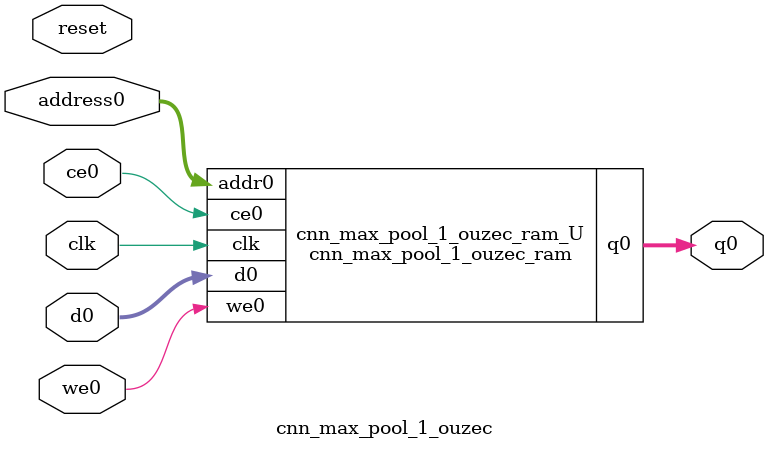
<source format=v>
`timescale 1 ns / 1 ps
module cnn_max_pool_1_ouzec_ram (addr0, ce0, d0, we0, q0,  clk);

parameter DWIDTH = 14;
parameter AWIDTH = 10;
parameter MEM_SIZE = 1014;

input[AWIDTH-1:0] addr0;
input ce0;
input[DWIDTH-1:0] d0;
input we0;
output reg[DWIDTH-1:0] q0;
input clk;

(* ram_style = "block" *)reg [DWIDTH-1:0] ram[0:MEM_SIZE-1];




always @(posedge clk)  
begin 
    if (ce0) 
    begin
        if (we0) 
        begin 
            ram[addr0] <= d0; 
        end 
        q0 <= ram[addr0];
    end
end


endmodule

`timescale 1 ns / 1 ps
module cnn_max_pool_1_ouzec(
    reset,
    clk,
    address0,
    ce0,
    we0,
    d0,
    q0);

parameter DataWidth = 32'd14;
parameter AddressRange = 32'd1014;
parameter AddressWidth = 32'd10;
input reset;
input clk;
input[AddressWidth - 1:0] address0;
input ce0;
input we0;
input[DataWidth - 1:0] d0;
output[DataWidth - 1:0] q0;



cnn_max_pool_1_ouzec_ram cnn_max_pool_1_ouzec_ram_U(
    .clk( clk ),
    .addr0( address0 ),
    .ce0( ce0 ),
    .we0( we0 ),
    .d0( d0 ),
    .q0( q0 ));

endmodule


</source>
